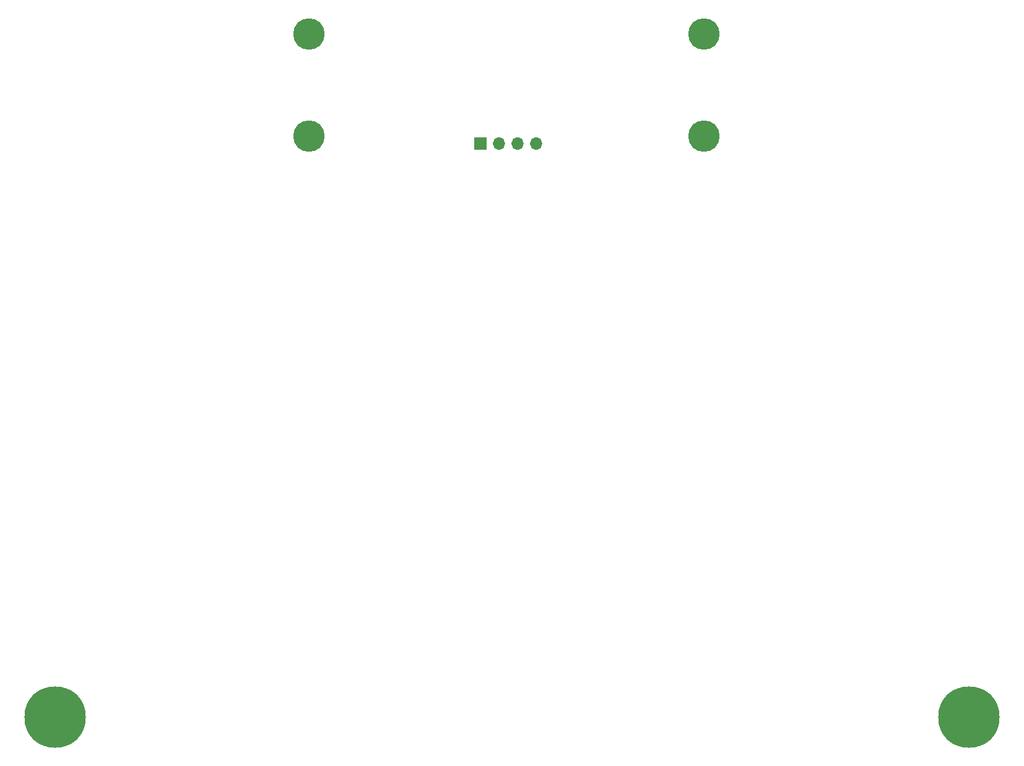
<source format=gbr>
%TF.GenerationSoftware,KiCad,Pcbnew,9.0.1*%
%TF.CreationDate,2025-05-06T09:48:23+02:00*%
%TF.ProjectId,lijnsensor V2,6c696a6e-7365-46e7-936f-722056322e6b,rev?*%
%TF.SameCoordinates,Original*%
%TF.FileFunction,Soldermask,Bot*%
%TF.FilePolarity,Negative*%
%FSLAX46Y46*%
G04 Gerber Fmt 4.6, Leading zero omitted, Abs format (unit mm)*
G04 Created by KiCad (PCBNEW 9.0.1) date 2025-05-06 09:48:23*
%MOMM*%
%LPD*%
G01*
G04 APERTURE LIST*
%ADD10C,4.300000*%
%ADD11C,8.400000*%
%ADD12R,1.700000X1.700000*%
%ADD13O,1.700000X1.700000*%
G04 APERTURE END LIST*
D10*
%TO.C,H1*%
X144750000Y-70500000D03*
%TD*%
D11*
%TO.C,H6*%
X181000000Y-150000000D03*
%TD*%
D10*
%TO.C,H2*%
X144750000Y-56500000D03*
%TD*%
D12*
%TO.C,J1*%
X114200000Y-71500000D03*
D13*
X116740000Y-71500000D03*
X119280000Y-71500000D03*
X121820000Y-71500000D03*
%TD*%
D10*
%TO.C,H3*%
X90750000Y-56500000D03*
%TD*%
%TO.C,H4*%
X90750000Y-70500000D03*
%TD*%
D11*
%TO.C,H5*%
X56000000Y-150000000D03*
%TD*%
M02*

</source>
